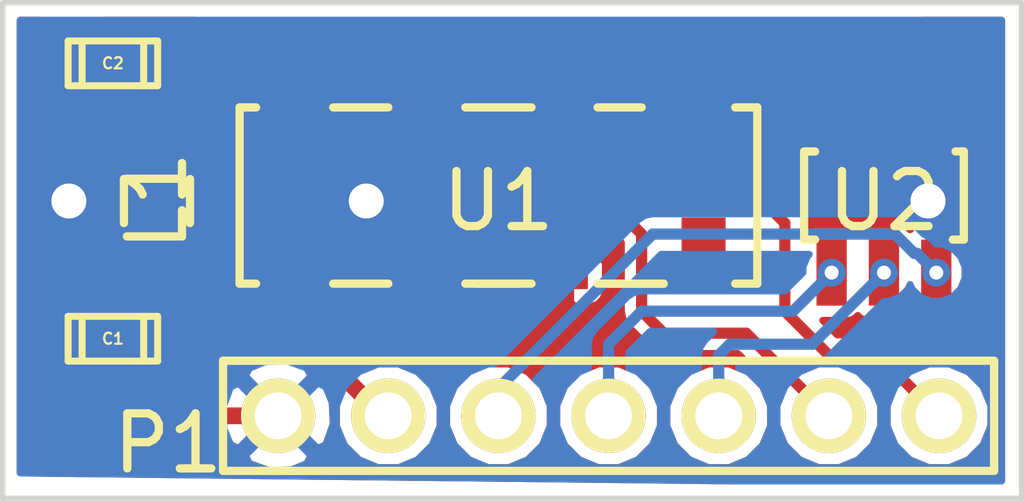
<source format=kicad_pcb>
(kicad_pcb (version 3) (host pcbnew "(2013-07-07 BZR 4022)-stable")

  (general
    (links 16)
    (no_connects 0)
    (area 16.949999 15.877356 36.611533 27.0782)
    (thickness 1.6)
    (drawings 4)
    (tracks 64)
    (zones 0)
    (modules 6)
    (nets 10)
  )

  (page A3)
  (title_block 
    (title "Micro Spectrometer PCB")
    (rev 1.0.0)
    (company smartDIYs)
  )

  (layers
    (15 F.Cu signal)
    (0 B.Cu signal)
    (16 B.Adhes user)
    (17 F.Adhes user)
    (18 B.Paste user)
    (19 F.Paste user)
    (20 B.SilkS user)
    (21 F.SilkS user)
    (22 B.Mask user)
    (23 F.Mask user)
    (24 Dwgs.User user)
    (25 Cmts.User user)
    (26 Eco1.User user)
    (27 Eco2.User user)
    (28 Edge.Cuts user)
  )

  (setup
    (last_trace_width 0.2032)
    (trace_clearance 0.2032)
    (zone_clearance 0.2032)
    (zone_45_only no)
    (trace_min 0.2032)
    (segment_width 0.2)
    (edge_width 0.1)
    (via_size 0.508)
    (via_drill 0.254)
    (via_min_size 0.508)
    (via_min_drill 0.254)
    (uvia_size 0.508)
    (uvia_drill 0.127)
    (uvias_allowed no)
    (uvia_min_size 0.508)
    (uvia_min_drill 0.127)
    (pcb_text_width 0.3)
    (pcb_text_size 1.5 1.5)
    (mod_edge_width 0.15)
    (mod_text_size 1 1)
    (mod_text_width 0.15)
    (pad_size 1.5 1.5)
    (pad_drill 0.6)
    (pad_to_mask_clearance 0)
    (aux_axis_origin 0 0)
    (visible_elements 7FFFFFFF)
    (pcbplotparams
      (layerselection 283148289)
      (usegerberextensions true)
      (excludeedgelayer true)
      (linewidth 0.150000)
      (plotframeref false)
      (viasonmask false)
      (mode 1)
      (useauxorigin false)
      (hpglpennumber 1)
      (hpglpenspeed 20)
      (hpglpendiameter 15)
      (hpglpenoverlay 2)
      (psnegative false)
      (psa4output false)
      (plotreference true)
      (plotvalue true)
      (plotothertext true)
      (plotinvisibletext false)
      (padsonsilk false)
      (subtractmaskfromsilk true)
      (outputformat 1)
      (mirror false)
      (drillshape 0)
      (scaleselection 1)
      (outputdirectory Gaber/))
  )

  (net 0 "")
  (net 1 DGND)
  (net 2 N-000001)
  (net 3 N-0000010)
  (net 4 N-000002)
  (net 5 N-000003)
  (net 6 N-000004)
  (net 7 N-000005)
  (net 8 N-000006)
  (net 9 VDD)

  (net_class Default "これは標準のネット クラスです。"
    (clearance 0.2032)
    (trace_width 0.2032)
    (via_dia 0.508)
    (via_drill 0.254)
    (uvia_dia 0.508)
    (uvia_drill 0.127)
    (add_net "")
    (add_net N-000001)
    (add_net N-000002)
    (add_net N-000003)
    (add_net N-000004)
    (add_net N-000005)
    (add_net N-000006)
  )

  (net_class Bold ""
    (clearance 0.2032)
    (trace_width 0.3048)
    (via_dia 0.889)
    (via_drill 0.635)
    (uvia_dia 0.508)
    (uvia_drill 0.127)
    (add_net DGND)
    (add_net N-0000010)
    (add_net VDD)
  )

  (module AD7940 (layer F.Cu) (tedit 54043824) (tstamp 54042EE3)
    (at 33 20.5 180)
    (path /5404192B)
    (fp_text reference U2 (at 0 -0.1 180) (layer F.SilkS)
      (effects (font (size 1 1) (thickness 0.15)))
    )
    (fp_text value AD7940 (at 0 -3 180) (layer F.SilkS) hide
      (effects (font (size 1 1) (thickness 0.15)))
    )
    (fp_line (start 1.25 -0.8) (end 1.45 -0.8) (layer F.SilkS) (width 0.15))
    (fp_line (start 1.45 -0.8) (end 1.45 0.8) (layer F.SilkS) (width 0.15))
    (fp_line (start 1.45 0.8) (end 1.25 0.8) (layer F.SilkS) (width 0.15))
    (fp_line (start -1.25 -0.8) (end -1.45 -0.8) (layer F.SilkS) (width 0.15))
    (fp_line (start -1.45 -0.8) (end -1.45 0.8) (layer F.SilkS) (width 0.15))
    (fp_line (start -1.45 0.8) (end -1.3 0.8) (layer F.SilkS) (width 0.15))
    (pad 1 smd rect (at -0.95 1.4 180) (size 0.55 1.2)
      (layers F.Cu F.Paste F.Mask)
      (net 3 N-0000010)
    )
    (pad 2 smd rect (at 0 1.4 180) (size 0.55 1.2)
      (layers F.Cu F.Paste F.Mask)
      (net 1 DGND)
    )
    (pad 3 smd rect (at 0.95 1.4 180) (size 0.55 1.2)
      (layers F.Cu F.Paste F.Mask)
      (net 2 N-000001)
    )
    (pad 4 smd rect (at 0.95 -1.4 180) (size 0.55 1.2)
      (layers F.Cu F.Paste F.Mask)
      (net 6 N-000004)
    )
    (pad 5 smd rect (at 0 -1.4 180) (size 0.55 1.2)
      (layers F.Cu F.Paste F.Mask)
      (net 8 N-000006)
    )
    (pad 6 smd rect (at -0.95 -1.4 180) (size 0.55 1.2)
      (layers F.Cu F.Paste F.Mask)
      (net 7 N-000005)
    )
  )

  (module TSL1401CL (layer F.Cu) (tedit 5404381D) (tstamp 54042EB3)
    (at 26 20.5 180)
    (path /5404191C)
    (fp_text reference U1 (at 0 -0.1 180) (layer F.SilkS)
      (effects (font (size 1 1) (thickness 0.15)))
    )
    (fp_text value TSL1401CL (at 0.2 -2.7 180) (layer F.SilkS) hide
      (effects (font (size 1 1) (thickness 0.15)))
    )
    (fp_line (start 4.7 0) (end 4.7 -1.6) (layer F.SilkS) (width 0.15))
    (fp_line (start 4.7 -1.6) (end 4.4 -1.6) (layer F.SilkS) (width 0.15))
    (fp_line (start 4.7 0) (end 4.7 1.6) (layer F.SilkS) (width 0.15))
    (fp_line (start 4.7 1.6) (end 4.4 1.6) (layer F.SilkS) (width 0.15))
    (fp_line (start -4.7 1.6) (end -4.7 -1.6) (layer F.SilkS) (width 0.15))
    (fp_line (start -4.7 -1.6) (end -4.3 -1.6) (layer F.SilkS) (width 0.15))
    (fp_line (start -4.7 1.6) (end -4.3 1.6) (layer F.SilkS) (width 0.15))
    (fp_line (start -2.6 1.6) (end -1.8 1.6) (layer F.SilkS) (width 0.15))
    (fp_line (start -3 -1.6) (end -1.8 -1.6) (layer F.SilkS) (width 0.15))
    (fp_line (start -0.6 -1.6) (end 0.6 -1.6) (layer F.SilkS) (width 0.15))
    (fp_line (start -0.6 1.6) (end 0.6 1.6) (layer F.SilkS) (width 0.15))
    (fp_line (start 2 1.6) (end 3 1.6) (layer F.SilkS) (width 0.15))
    (fp_line (start 2 -1.6) (end 3 -1.6) (layer F.SilkS) (width 0.15))
    (fp_line (start -0.4 -1.6) (end 0.4 -1.6) (layer F.SilkS) (width 0.15))
    (fp_line (start -3 -1.6) (end -2 -1.6) (layer F.SilkS) (width 0.15))
    (pad 1 smd rect (at -3.425 1.05 180) (size 1.4 1.3)
      (layers F.Cu F.Paste F.Mask)
      (net 5 N-000003)
    )
    (pad 2 smd rect (at -1.275 1.05 180) (size 0.8 1.3)
      (layers F.Cu F.Paste F.Mask)
      (net 4 N-000002)
    )
    (pad 3 smd rect (at 1.275 1.05 180) (size 0.8 1.3)
      (layers F.Cu F.Paste F.Mask)
      (net 2 N-000001)
    )
    (pad 4 smd rect (at 3.775 1.05 180) (size 0.8 1.3)
      (layers F.Cu F.Paste F.Mask)
      (net 3 N-0000010)
    )
    (pad 5 smd rect (at 3.775 -1.05 180) (size 0.8 1.3)
      (layers F.Cu F.Paste F.Mask)
    )
    (pad 6 smd rect (at 1.275 -1.05 180) (size 0.8 1.3)
      (layers F.Cu F.Paste F.Mask)
      (net 1 DGND)
    )
    (pad 7 smd rect (at -1.225 -1.05 180) (size 0.8 1.3)
      (layers F.Cu F.Paste F.Mask)
      (net 1 DGND)
    )
    (pad 8 smd rect (at -3.725 -1.05 180) (size 0.8 1.3)
      (layers F.Cu F.Paste F.Mask)
    )
  )

  (module MLF2012 (layer F.Cu) (tedit 54043812) (tstamp 54042EBB)
    (at 19.8 20.6 90)
    (path /54041420)
    (fp_text reference L1 (at 0 0 90) (layer F.SilkS)
      (effects (font (size 1 1) (thickness 0.15)))
    )
    (fp_text value INDUCTOR (at 0 -1.5 90) (layer F.SilkS) hide
      (effects (font (size 1 1) (thickness 0.15)))
    )
    (fp_line (start -0.4 0.6) (end 0.4 0.6) (layer F.SilkS) (width 0.15))
    (fp_line (start -0.4 -0.6) (end 0.4 -0.6) (layer F.SilkS) (width 0.15))
    (pad 1 smd rect (at -0.9 0 90) (size 0.8 1.2)
      (layers F.Cu F.Paste F.Mask)
      (net 9 VDD)
    )
    (pad 2 smd rect (at 0.9 0 90) (size 0.8 1.2)
      (layers F.Cu F.Paste F.Mask)
      (net 3 N-0000010)
    )
  )

  (module c_0603 (layer F.Cu) (tedit 540437FC) (tstamp 54042EC7)
    (at 19 23.1)
    (descr "SMT capacitor, 0603")
    (path /540413F3)
    (fp_text reference C1 (at 0 0) (layer F.SilkS)
      (effects (font (size 0.20066 0.20066) (thickness 0.04064)))
    )
    (fp_text value C (at 0 0.635) (layer F.SilkS) hide
      (effects (font (size 0.20066 0.20066) (thickness 0.04064)))
    )
    (fp_line (start 0.5588 0.4064) (end 0.5588 -0.4064) (layer F.SilkS) (width 0.127))
    (fp_line (start -0.5588 -0.381) (end -0.5588 0.4064) (layer F.SilkS) (width 0.127))
    (fp_line (start -0.8128 -0.4064) (end 0.8128 -0.4064) (layer F.SilkS) (width 0.127))
    (fp_line (start 0.8128 -0.4064) (end 0.8128 0.4064) (layer F.SilkS) (width 0.127))
    (fp_line (start 0.8128 0.4064) (end -0.8128 0.4064) (layer F.SilkS) (width 0.127))
    (fp_line (start -0.8128 0.4064) (end -0.8128 -0.4064) (layer F.SilkS) (width 0.127))
    (pad 1 smd rect (at 0.75184 0) (size 0.89916 1.00076)
      (layers F.Cu F.Paste F.Mask)
      (net 9 VDD)
    )
    (pad 2 smd rect (at -0.75184 0) (size 0.89916 1.00076)
      (layers F.Cu F.Paste F.Mask)
      (net 1 DGND)
    )
    (model smd/capacitors/c_0603.wrl
      (at (xyz 0 0 0))
      (scale (xyz 1 1 1))
      (rotate (xyz 0 0 0))
    )
  )

  (module c_0603 (layer F.Cu) (tedit 540437F7) (tstamp 54042ED3)
    (at 19 18.1)
    (descr "SMT capacitor, 0603")
    (path /54041402)
    (fp_text reference C2 (at 0 0) (layer F.SilkS)
      (effects (font (size 0.20066 0.20066) (thickness 0.04064)))
    )
    (fp_text value C (at 0 0.635) (layer F.SilkS) hide
      (effects (font (size 0.20066 0.20066) (thickness 0.04064)))
    )
    (fp_line (start 0.5588 0.4064) (end 0.5588 -0.4064) (layer F.SilkS) (width 0.127))
    (fp_line (start -0.5588 -0.381) (end -0.5588 0.4064) (layer F.SilkS) (width 0.127))
    (fp_line (start -0.8128 -0.4064) (end 0.8128 -0.4064) (layer F.SilkS) (width 0.127))
    (fp_line (start 0.8128 -0.4064) (end 0.8128 0.4064) (layer F.SilkS) (width 0.127))
    (fp_line (start 0.8128 0.4064) (end -0.8128 0.4064) (layer F.SilkS) (width 0.127))
    (fp_line (start -0.8128 0.4064) (end -0.8128 -0.4064) (layer F.SilkS) (width 0.127))
    (pad 1 smd rect (at 0.75184 0) (size 0.89916 1.00076)
      (layers F.Cu F.Paste F.Mask)
      (net 3 N-0000010)
    )
    (pad 2 smd rect (at -0.75184 0) (size 0.89916 1.00076)
      (layers F.Cu F.Paste F.Mask)
      (net 1 DGND)
    )
    (model smd/capacitors/c_0603.wrl
      (at (xyz 0 0 0))
      (scale (xyz 1 1 1))
      (rotate (xyz 0 0 0))
    )
  )

  (module 292132-7 (layer F.Cu) (tedit 5404382B) (tstamp 54042EF3)
    (at 28 24.5)
    (path /540411D3)
    (fp_text reference P1 (at -8 0.5) (layer F.SilkS)
      (effects (font (size 1 1) (thickness 0.15)))
    )
    (fp_text value CONN_7 (at 0 -1.6) (layer F.SilkS) hide
      (effects (font (size 1 1) (thickness 0.15)))
    )
    (fp_line (start -6.8 -1) (end 7 -1) (layer F.SilkS) (width 0.15))
    (fp_line (start 7 -1) (end 7 1) (layer F.SilkS) (width 0.15))
    (fp_line (start 7 1) (end -7 1) (layer F.SilkS) (width 0.15))
    (fp_line (start -7 1) (end -7 -1) (layer F.SilkS) (width 0.15))
    (fp_line (start -7 -1) (end -6.8 -1) (layer F.SilkS) (width 0.15))
    (pad 1 thru_hole circle (at -6 0) (size 1.35 1.35) (drill 0.85)
      (layers *.Cu *.Mask F.SilkS)
      (net 1 DGND)
    )
    (pad 2 thru_hole circle (at -4 0) (size 1.35 1.35) (drill 0.85)
      (layers *.Cu *.Mask F.SilkS)
      (net 9 VDD)
    )
    (pad 3 thru_hole circle (at -2 0) (size 1.35 1.35) (drill 0.85)
      (layers *.Cu *.Mask F.SilkS)
      (net 7 N-000005)
    )
    (pad 4 thru_hole circle (at 0 0) (size 1.35 1.35) (drill 0.85)
      (layers *.Cu *.Mask F.SilkS)
      (net 6 N-000004)
    )
    (pad 5 thru_hole circle (at 2 0) (size 1.35 1.35) (drill 0.85)
      (layers *.Cu *.Mask F.SilkS)
      (net 8 N-000006)
    )
    (pad 6 thru_hole circle (at 4 0) (size 1.35 1.35) (drill 0.85)
      (layers *.Cu *.Mask F.SilkS)
      (net 4 N-000002)
    )
    (pad 7 thru_hole circle (at 6 0) (size 1.35 1.35) (drill 0.85)
      (layers *.Cu *.Mask F.SilkS)
      (net 5 N-000003)
    )
  )

  (gr_line (start 17 26) (end 17 17) (angle 90) (layer Edge.Cuts) (width 0.1))
  (gr_line (start 35.5 26) (end 17 26) (angle 90) (layer Edge.Cuts) (width 0.1))
  (gr_line (start 35.5 17) (end 35.5 26) (angle 90) (layer Edge.Cuts) (width 0.1))
  (gr_line (start 17 17) (end 35.5 17) (angle 90) (layer Edge.Cuts) (width 0.1))

  (segment (start 23.6 20.6) (end 33.8 20.6) (width 0.3048) (layer B.Cu) (net 1))
  (segment (start 33 19.8) (end 33 19.1) (width 0.3048) (layer F.Cu) (net 1) (tstamp 54043630))
  (segment (start 33.8 20.6) (end 33 19.8) (width 0.3048) (layer F.Cu) (net 1) (tstamp 5404362F))
  (via (at 33.8 20.6) (size 0.889) (layers F.Cu B.Cu) (net 1))
  (segment (start 24.725 21.55) (end 24.55 21.55) (width 0.3048) (layer F.Cu) (net 1))
  (segment (start 18.2 20.6) (end 18.24816 20.6) (width 0.3048) (layer F.Cu) (net 1) (tstamp 54043453))
  (via (at 18.2 20.6) (size 0.889) (layers F.Cu B.Cu) (net 1))
  (segment (start 23.6 20.6) (end 18.2 20.6) (width 0.3048) (layer B.Cu) (net 1) (tstamp 54043450))
  (via (at 23.6 20.6) (size 0.889) (layers F.Cu B.Cu) (net 1))
  (segment (start 24.55 21.55) (end 23.6 20.6) (width 0.3048) (layer F.Cu) (net 1) (tstamp 5404344A))
  (segment (start 24.725 21.55) (end 27.225 21.55) (width 0.3048) (layer F.Cu) (net 1))
  (segment (start 22 24.5) (end 18.9 24.5) (width 0.3048) (layer F.Cu) (net 1))
  (segment (start 18.24816 23.84816) (end 18.24816 23.1) (width 0.3048) (layer F.Cu) (net 1) (tstamp 5404324A))
  (segment (start 18.9 24.5) (end 18.24816 23.84816) (width 0.3048) (layer F.Cu) (net 1) (tstamp 54043249))
  (segment (start 18.24816 23.1) (end 18.24816 20.6) (width 0.3048) (layer F.Cu) (net 1) (tstamp 5404324B))
  (segment (start 18.24816 20.6) (end 18.24816 18.1) (width 0.3048) (layer F.Cu) (net 1) (tstamp 54043456))
  (segment (start 24.725 19.45) (end 24.725 19.075) (width 0.2032) (layer F.Cu) (net 2))
  (segment (start 31.15 18.2) (end 32.05 19.1) (width 0.2032) (layer F.Cu) (net 2) (tstamp 5404342B))
  (segment (start 25.6 18.2) (end 31.15 18.2) (width 0.2032) (layer F.Cu) (net 2) (tstamp 54043425))
  (segment (start 24.725 19.075) (end 25.6 18.2) (width 0.2032) (layer F.Cu) (net 2) (tstamp 54043422))
  (segment (start 22.2 17.6) (end 22.2 19.425) (width 0.3048) (layer F.Cu) (net 3))
  (segment (start 22.2 19.425) (end 22.225 19.45) (width 0.3048) (layer F.Cu) (net 3) (tstamp 5404339C))
  (segment (start 19.75184 18.1) (end 20.3 18.1) (width 0.3048) (layer F.Cu) (net 3))
  (segment (start 33.95 18.15) (end 33.95 19.1) (width 0.3048) (layer F.Cu) (net 3) (tstamp 54043394))
  (segment (start 33.4 17.6) (end 33.95 18.15) (width 0.3048) (layer F.Cu) (net 3) (tstamp 5404338F))
  (segment (start 20.8 17.6) (end 22.2 17.6) (width 0.3048) (layer F.Cu) (net 3) (tstamp 54043388))
  (segment (start 22.2 17.6) (end 33.4 17.6) (width 0.3048) (layer F.Cu) (net 3) (tstamp 5404339A))
  (segment (start 20.3 18.1) (end 20.8 17.6) (width 0.3048) (layer F.Cu) (net 3) (tstamp 54043385))
  (segment (start 19.8 19.7) (end 19.8 18.14816) (width 0.3048) (layer F.Cu) (net 3))
  (segment (start 19.8 18.14816) (end 19.75184 18.1) (width 0.3048) (layer F.Cu) (net 3) (tstamp 5404325C))
  (segment (start 27.275 19.45) (end 27.275 19.875) (width 0.2032) (layer F.Cu) (net 4))
  (segment (start 30.5 23) (end 32 24.5) (width 0.2032) (layer F.Cu) (net 4) (tstamp 54043564))
  (segment (start 29 23) (end 30.5 23) (width 0.2032) (layer F.Cu) (net 4) (tstamp 5404355E))
  (segment (start 28.6 22.6) (end 29 23) (width 0.2032) (layer F.Cu) (net 4) (tstamp 5404355D))
  (segment (start 28.6 21.2) (end 28.6 22.6) (width 0.2032) (layer F.Cu) (net 4) (tstamp 54043559))
  (segment (start 27.275 19.875) (end 28.6 21.2) (width 0.2032) (layer F.Cu) (net 4) (tstamp 54043557))
  (segment (start 29.425 19.45) (end 29.65 19.45) (width 0.2032) (layer F.Cu) (net 5))
  (segment (start 32.9 23.4) (end 34 24.5) (width 0.2032) (layer F.Cu) (net 5) (tstamp 54043576))
  (segment (start 32 23.4) (end 32.9 23.4) (width 0.2032) (layer F.Cu) (net 5) (tstamp 54043574))
  (segment (start 31.2 22.6) (end 32 23.4) (width 0.2032) (layer F.Cu) (net 5) (tstamp 54043573))
  (segment (start 31.2 21) (end 31.2 22.6) (width 0.2032) (layer F.Cu) (net 5) (tstamp 5404356D))
  (segment (start 29.65 19.45) (end 31.2 21) (width 0.2032) (layer F.Cu) (net 5) (tstamp 54043568))
  (via (at 32.05 21.9) (size 0.508) (layers F.Cu B.Cu) (net 6))
  (segment (start 28 24.5) (end 28 23.2) (width 0.2032) (layer B.Cu) (net 6) (tstamp 54043540))
  (segment (start 28.6 22.6) (end 28 23.2) (width 0.2032) (layer B.Cu) (net 6) (tstamp 5404353D))
  (segment (start 31.35 22.6) (end 28.6 22.6) (width 0.2032) (layer B.Cu) (net 6) (tstamp 54043539))
  (segment (start 31.35 22.6) (end 32.05 21.9) (width 0.2032) (layer B.Cu) (net 6) (tstamp 54043538))
  (via (at 33.95 21.9) (size 0.508) (layers F.Cu B.Cu) (net 7))
  (segment (start 26 24.5) (end 26 24) (width 0.2032) (layer B.Cu) (net 7) (tstamp 540435BB))
  (segment (start 28.8 21.2) (end 26 24) (width 0.2032) (layer B.Cu) (net 7) (tstamp 540435B5))
  (segment (start 33.2 21.2) (end 28.8 21.2) (width 0.2032) (layer B.Cu) (net 7) (tstamp 540435B1))
  (segment (start 33.55 21.55) (end 33.2 21.2) (width 0.2032) (layer B.Cu) (net 7) (tstamp 540435AF))
  (segment (start 33.6 21.55) (end 33.55 21.55) (width 0.2032) (layer B.Cu) (net 7) (tstamp 540435AD))
  (segment (start 33.6 21.55) (end 33.95 21.9) (width 0.2032) (layer B.Cu) (net 7) (tstamp 540435AC))
  (via (at 33 21.9) (size 0.508) (layers F.Cu B.Cu) (net 8))
  (segment (start 30 24.5) (end 30 23.4) (width 0.2032) (layer B.Cu) (net 8) (tstamp 5404354A))
  (segment (start 30.2 23.2) (end 30 23.4) (width 0.2032) (layer B.Cu) (net 8) (tstamp 54043548))
  (segment (start 31.7 23.2) (end 30.2 23.2) (width 0.2032) (layer B.Cu) (net 8) (tstamp 54043546))
  (segment (start 31.7 23.2) (end 33 21.9) (width 0.2032) (layer B.Cu) (net 8) (tstamp 54043545))
  (segment (start 19.75184 23.1) (end 19.75184 21.54816) (width 0.3048) (layer F.Cu) (net 9))
  (segment (start 19.75184 21.54816) (end 19.8 21.5) (width 0.3048) (layer F.Cu) (net 9) (tstamp 54043259))
  (segment (start 24 24.5) (end 23.9 24.5) (width 0.3048) (layer F.Cu) (net 9))
  (segment (start 22.5 23.1) (end 19.75184 23.1) (width 0.3048) (layer F.Cu) (net 9) (tstamp 54043252))
  (segment (start 23.9 24.5) (end 22.5 23.1) (width 0.3048) (layer F.Cu) (net 9) (tstamp 5404324F))

  (zone (net 1) (net_name DGND) (layer F.Cu) (tstamp 540436D6) (hatch edge 0.508)
    (connect_pads (clearance 0.2032))
    (min_thickness 0.127)
    (fill (arc_segments 16) (thermal_gap 0.254) (thermal_bridge_width 0.29972))
    (polygon
      (pts
        (xy 35.2 25.8) (xy 17.2 25.6) (xy 17.2 17.2) (xy 35.2 17.2)
      )
    )
    (filled_polygon
      (pts
        (xy 35.1365 25.6833) (xy 30.941862 25.6833) (xy 30.941862 24.313506) (xy 30.798799 23.967267) (xy 30.534126 23.702132)
        (xy 30.188137 23.558465) (xy 29.813506 23.558138) (xy 29.467267 23.701201) (xy 29.202132 23.965874) (xy 29.058465 24.311863)
        (xy 29.058138 24.686494) (xy 29.201201 25.032733) (xy 29.465874 25.297868) (xy 29.811863 25.441535) (xy 30.186494 25.441862)
        (xy 30.532733 25.298799) (xy 30.797868 25.034126) (xy 30.941535 24.688137) (xy 30.941862 24.313506) (xy 30.941862 25.6833)
        (xy 30.412312 25.6833) (xy 28.941862 25.666961) (xy 28.941862 24.313506) (xy 28.798799 23.967267) (xy 28.534126 23.702132)
        (xy 28.188137 23.558465) (xy 27.942555 23.55825) (xy 27.942555 22.137122) (xy 27.9425 21.715735) (xy 27.863125 21.63636)
        (xy 27.31136 21.63636) (xy 27.31136 22.438125) (xy 27.390735 22.5175) (xy 27.687878 22.517555) (xy 27.804615 22.46932)
        (xy 27.894007 22.380084) (xy 27.942445 22.263431) (xy 27.942555 22.137122) (xy 27.942555 23.55825) (xy 27.813506 23.558138)
        (xy 27.467267 23.701201) (xy 27.202132 23.965874) (xy 27.13864 24.118779) (xy 27.13864 22.438125) (xy 27.13864 21.63636)
        (xy 27.13864 21.46364) (xy 27.13864 20.661875) (xy 27.059265 20.5825) (xy 26.762122 20.582445) (xy 26.645385 20.63068)
        (xy 26.555993 20.719916) (xy 26.507555 20.836569) (xy 26.507445 20.962878) (xy 26.5075 21.384265) (xy 26.586875 21.46364)
        (xy 27.13864 21.46364) (xy 27.13864 21.63636) (xy 26.586875 21.63636) (xy 26.5075 21.715735) (xy 26.507445 22.137122)
        (xy 26.507555 22.263431) (xy 26.555993 22.380084) (xy 26.645385 22.46932) (xy 26.762122 22.517555) (xy 27.059265 22.5175)
        (xy 27.13864 22.438125) (xy 27.13864 24.118779) (xy 27.058465 24.311863) (xy 27.058138 24.686494) (xy 27.201201 25.032733)
        (xy 27.465874 25.297868) (xy 27.811863 25.441535) (xy 28.186494 25.441862) (xy 28.532733 25.298799) (xy 28.797868 25.034126)
        (xy 28.941535 24.688137) (xy 28.941862 24.313506) (xy 28.941862 25.666961) (xy 26.941862 25.644739) (xy 26.941862 24.313506)
        (xy 26.798799 23.967267) (xy 26.534126 23.702132) (xy 26.188137 23.558465) (xy 25.813506 23.558138) (xy 25.467267 23.701201)
        (xy 25.442555 23.725869) (xy 25.442555 22.137122) (xy 25.442555 20.962878) (xy 25.442445 20.836569) (xy 25.394007 20.719916)
        (xy 25.304615 20.63068) (xy 25.187878 20.582445) (xy 24.890735 20.5825) (xy 24.81136 20.661875) (xy 24.81136 21.46364)
        (xy 25.363125 21.46364) (xy 25.4425 21.384265) (xy 25.442555 20.962878) (xy 25.442555 22.137122) (xy 25.4425 21.715735)
        (xy 25.363125 21.63636) (xy 24.81136 21.63636) (xy 24.81136 22.438125) (xy 24.890735 22.5175) (xy 25.187878 22.517555)
        (xy 25.304615 22.46932) (xy 25.394007 22.380084) (xy 25.442445 22.263431) (xy 25.442555 22.137122) (xy 25.442555 23.725869)
        (xy 25.202132 23.965874) (xy 25.058465 24.311863) (xy 25.058138 24.686494) (xy 25.201201 25.032733) (xy 25.465874 25.297868)
        (xy 25.811863 25.441535) (xy 26.186494 25.441862) (xy 26.532733 25.298799) (xy 26.797868 25.034126) (xy 26.941535 24.688137)
        (xy 26.941862 24.313506) (xy 26.941862 25.644739) (xy 24.941862 25.622517) (xy 24.941862 24.313506) (xy 24.798799 23.967267)
        (xy 24.63864 23.806828) (xy 24.63864 22.438125) (xy 24.63864 21.63636) (xy 24.63864 21.46364) (xy 24.63864 20.661875)
        (xy 24.559265 20.5825) (xy 24.262122 20.582445) (xy 24.145385 20.63068) (xy 24.055993 20.719916) (xy 24.007555 20.836569)
        (xy 24.007445 20.962878) (xy 24.0075 21.384265) (xy 24.086875 21.46364) (xy 24.63864 21.46364) (xy 24.63864 21.63636)
        (xy 24.086875 21.63636) (xy 24.0075 21.715735) (xy 24.007445 22.137122) (xy 24.007555 22.263431) (xy 24.055993 22.380084)
        (xy 24.145385 22.46932) (xy 24.262122 22.517555) (xy 24.559265 22.5175) (xy 24.63864 22.438125) (xy 24.63864 23.806828)
        (xy 24.534126 23.702132) (xy 24.188137 23.558465) (xy 23.813506 23.558138) (xy 23.627634 23.634938) (xy 22.891745 22.899049)
        (xy 22.891745 22.147183) (xy 22.891745 20.847183) (xy 22.851228 20.749125) (xy 22.77627 20.674036) (xy 22.678282 20.633348)
        (xy 22.572183 20.633255) (xy 21.772183 20.633255) (xy 21.674125 20.673772) (xy 21.599036 20.74873) (xy 21.558348 20.846718)
        (xy 21.558255 20.952817) (xy 21.558255 22.252817) (xy 21.598772 22.350875) (xy 21.67373 22.425964) (xy 21.771718 22.466652)
        (xy 21.877817 22.466745) (xy 22.677817 22.466745) (xy 22.775875 22.426228) (xy 22.850964 22.35127) (xy 22.891652 22.253282)
        (xy 22.891745 22.147183) (xy 22.891745 22.899049) (xy 22.796348 22.803652) (xy 22.660383 22.712802) (xy 22.5 22.6809)
        (xy 20.468165 22.6809) (xy 20.468165 22.546803) (xy 20.427648 22.448745) (xy 20.35269 22.373656) (xy 20.254702 22.332968)
        (xy 20.17094 22.332894) (xy 20.17094 22.166745) (xy 20.452817 22.166745) (xy 20.550875 22.126228) (xy 20.625964 22.05127)
        (xy 20.666652 21.953282) (xy 20.666745 21.847183) (xy 20.666745 21.047183) (xy 20.626228 20.949125) (xy 20.55127 20.874036)
        (xy 20.453282 20.833348) (xy 20.347183 20.833255) (xy 19.147183 20.833255) (xy 19.049125 20.873772) (xy 18.974036 20.94873)
        (xy 18.933348 21.046718) (xy 18.933255 21.152817) (xy 18.933255 21.952817) (xy 18.973772 22.050875) (xy 19.04873 22.125964)
        (xy 19.146718 22.166652) (xy 19.252817 22.166745) (xy 19.33274 22.166745) (xy 19.33274 22.332875) (xy 19.249443 22.332875)
        (xy 19.151385 22.373392) (xy 19.076296 22.44835) (xy 19.035608 22.546338) (xy 19.035515 22.652437) (xy 19.035515 23.653197)
        (xy 19.076032 23.751255) (xy 19.15099 23.826344) (xy 19.248978 23.867032) (xy 19.355077 23.867125) (xy 20.254237 23.867125)
        (xy 20.352295 23.826608) (xy 20.427384 23.75165) (xy 20.468072 23.653662) (xy 20.468165 23.547563) (xy 20.468165 23.5191)
        (xy 21.753528 23.5191) (xy 21.477231 23.633546) (xy 21.404474 23.782342) (xy 22 24.377869) (xy 22.014142 24.363726)
        (xy 22.136273 24.485857) (xy 22.122131 24.5) (xy 22.717658 25.095526) (xy 22.866454 25.022769) (xy 23.000554 24.651398)
        (xy 22.982329 24.256978) (xy 22.924379 24.117076) (xy 23.076275 24.268971) (xy 23.058465 24.311863) (xy 23.058138 24.686494)
        (xy 23.201201 25.032733) (xy 23.465874 25.297868) (xy 23.811863 25.441535) (xy 24.186494 25.441862) (xy 24.532733 25.298799)
        (xy 24.797868 25.034126) (xy 24.941535 24.688137) (xy 24.941862 24.313506) (xy 24.941862 25.622517) (xy 22.595526 25.596446)
        (xy 22.595526 25.217658) (xy 22 24.622131) (xy 21.877869 24.744262) (xy 21.877869 24.5) (xy 21.282342 23.904474)
        (xy 21.133546 23.977231) (xy 20.999446 24.348602) (xy 21.017671 24.743022) (xy 21.133546 25.022769) (xy 21.282342 25.095526)
        (xy 21.877869 24.5) (xy 21.877869 24.744262) (xy 21.404474 25.217658) (xy 21.477231 25.366454) (xy 21.848602 25.500554)
        (xy 22.243022 25.482329) (xy 22.522769 25.366454) (xy 22.595526 25.217658) (xy 22.595526 25.596446) (xy 19.015295 25.556666)
        (xy 19.015295 23.537502) (xy 19.015295 22.662498) (xy 19.015185 22.536189) (xy 18.966747 22.419536) (xy 18.877355 22.3303)
        (xy 18.760618 22.282065) (xy 18.413895 22.28212) (xy 18.33452 22.361495) (xy 18.33452 23.01364) (xy 18.935865 23.01364)
        (xy 19.01524 22.934265) (xy 19.015295 22.662498) (xy 19.015295 23.537502) (xy 19.01524 23.265735) (xy 18.935865 23.18636)
        (xy 18.33452 23.18636) (xy 18.33452 23.838505) (xy 18.413895 23.91788) (xy 18.760618 23.917935) (xy 18.877355 23.8697)
        (xy 18.966747 23.780464) (xy 19.015185 23.663811) (xy 19.015295 23.537502) (xy 19.015295 25.556666) (xy 18.1618 25.547183)
        (xy 18.1618 23.838505) (xy 18.1618 23.18636) (xy 18.1618 23.01364) (xy 18.1618 22.361495) (xy 18.1618 18.838505)
        (xy 18.1618 18.18636) (xy 17.560455 18.18636) (xy 17.48108 18.265735) (xy 17.481025 18.537502) (xy 17.481135 18.663811)
        (xy 17.529573 18.780464) (xy 17.618965 18.8697) (xy 17.735702 18.917935) (xy 18.082425 18.91788) (xy 18.1618 18.838505)
        (xy 18.1618 22.361495) (xy 18.082425 22.28212) (xy 17.735702 22.282065) (xy 17.618965 22.3303) (xy 17.529573 22.419536)
        (xy 17.481135 22.536189) (xy 17.481025 22.662498) (xy 17.48108 22.934265) (xy 17.560455 23.01364) (xy 18.1618 23.01364)
        (xy 18.1618 23.18636) (xy 17.560455 23.18636) (xy 17.48108 23.265735) (xy 17.481025 23.537502) (xy 17.481135 23.663811)
        (xy 17.529573 23.780464) (xy 17.618965 23.8697) (xy 17.735702 23.917935) (xy 18.082425 23.91788) (xy 18.1618 23.838505)
        (xy 18.1618 25.547183) (xy 17.3167 25.537793) (xy 17.3167 17.3167) (xy 17.651879 17.3167) (xy 17.618965 17.3303)
        (xy 17.529573 17.419536) (xy 17.481135 17.536189) (xy 17.481025 17.662498) (xy 17.48108 17.934265) (xy 17.560455 18.01364)
        (xy 18.1618 18.01364) (xy 18.1618 17.99364) (xy 18.33452 17.99364) (xy 18.33452 18.01364) (xy 18.935865 18.01364)
        (xy 19.01524 17.934265) (xy 19.015295 17.662498) (xy 19.015185 17.536189) (xy 18.966747 17.419536) (xy 18.877355 17.3303)
        (xy 18.84444 17.3167) (xy 20.490603 17.3167) (xy 20.393133 17.414169) (xy 20.35269 17.373656) (xy 20.254702 17.332968)
        (xy 20.148603 17.332875) (xy 19.249443 17.332875) (xy 19.151385 17.373392) (xy 19.076296 17.44835) (xy 19.035608 17.546338)
        (xy 19.035515 17.652437) (xy 19.035515 18.653197) (xy 19.076032 18.751255) (xy 19.15099 18.826344) (xy 19.248978 18.867032)
        (xy 19.355077 18.867125) (xy 19.3809 18.867125) (xy 19.3809 19.033255) (xy 19.147183 19.033255) (xy 19.049125 19.073772)
        (xy 19.015295 19.107542) (xy 19.015295 18.537502) (xy 19.01524 18.265735) (xy 18.935865 18.18636) (xy 18.33452 18.18636)
        (xy 18.33452 18.838505) (xy 18.413895 18.91788) (xy 18.760618 18.917935) (xy 18.877355 18.8697) (xy 18.966747 18.780464)
        (xy 19.015185 18.663811) (xy 19.015295 18.537502) (xy 19.015295 19.107542) (xy 18.974036 19.14873) (xy 18.933348 19.246718)
        (xy 18.933255 19.352817) (xy 18.933255 20.152817) (xy 18.973772 20.250875) (xy 19.04873 20.325964) (xy 19.146718 20.366652)
        (xy 19.252817 20.366745) (xy 20.452817 20.366745) (xy 20.550875 20.326228) (xy 20.625964 20.25127) (xy 20.666652 20.153282)
        (xy 20.666745 20.047183) (xy 20.666745 19.247183) (xy 20.626228 19.149125) (xy 20.55127 19.074036) (xy 20.453282 19.033348)
        (xy 20.347183 19.033255) (xy 20.2191 19.033255) (xy 20.2191 18.867125) (xy 20.254237 18.867125) (xy 20.352295 18.826608)
        (xy 20.427384 18.75165) (xy 20.468072 18.653662) (xy 20.468165 18.547563) (xy 20.468165 18.481998) (xy 20.468165 18.481997)
        (xy 20.596348 18.396348) (xy 20.973596 18.0191) (xy 21.7809 18.0191) (xy 21.7809 18.533255) (xy 21.772183 18.533255)
        (xy 21.674125 18.573772) (xy 21.599036 18.64873) (xy 21.558348 18.746718) (xy 21.558255 18.852817) (xy 21.558255 20.152817)
        (xy 21.598772 20.250875) (xy 21.67373 20.325964) (xy 21.771718 20.366652) (xy 21.877817 20.366745) (xy 22.677817 20.366745)
        (xy 22.775875 20.326228) (xy 22.850964 20.25127) (xy 22.891652 20.153282) (xy 22.891745 20.047183) (xy 22.891745 18.747183)
        (xy 22.851228 18.649125) (xy 22.77627 18.574036) (xy 22.678282 18.533348) (xy 22.6191 18.533296) (xy 22.6191 18.0191)
        (xy 25.260045 18.0191) (xy 24.74589 18.533255) (xy 24.272183 18.533255) (xy 24.174125 18.573772) (xy 24.099036 18.64873)
        (xy 24.058348 18.746718) (xy 24.058255 18.852817) (xy 24.058255 20.152817) (xy 24.098772 20.250875) (xy 24.17373 20.325964)
        (xy 24.271718 20.366652) (xy 24.377817 20.366745) (xy 25.177817 20.366745) (xy 25.275875 20.326228) (xy 25.350964 20.25127)
        (xy 25.391652 20.153282) (xy 25.391745 20.047183) (xy 25.391745 18.929109) (xy 25.752554 18.5683) (xy 26.737368 18.5683)
        (xy 26.724125 18.573772) (xy 26.649036 18.64873) (xy 26.608348 18.746718) (xy 26.608255 18.852817) (xy 26.608255 20.152817)
        (xy 26.648772 20.250875) (xy 26.72373 20.325964) (xy 26.821718 20.366652) (xy 26.927817 20.366745) (xy 27.24589 20.366745)
        (xy 27.461632 20.582486) (xy 27.390735 20.5825) (xy 27.31136 20.661875) (xy 27.31136 21.46364) (xy 27.863125 21.46364)
        (xy 27.9425 21.384265) (xy 27.942541 21.063396) (xy 28.2317 21.352554) (xy 28.2317 22.6) (xy 28.255083 22.717559)
        (xy 28.259735 22.740943) (xy 28.339573 22.860427) (xy 28.739572 23.260427) (xy 28.739573 23.260427) (xy 28.81941 23.313772)
        (xy 28.859057 23.340264) (xy 28.859058 23.340265) (xy 29 23.3683) (xy 30.347445 23.3683) (xy 31.126694 24.147548)
        (xy 31.058465 24.311863) (xy 31.058138 24.686494) (xy 31.201201 25.032733) (xy 31.465874 25.297868) (xy 31.811863 25.441535)
        (xy 32.186494 25.441862) (xy 32.532733 25.298799) (xy 32.797868 25.034126) (xy 32.941535 24.688137) (xy 32.941862 24.313506)
        (xy 32.798799 23.967267) (xy 32.600178 23.7683) (xy 32.747445 23.7683) (xy 33.126694 24.147548) (xy 33.058465 24.311863)
        (xy 33.058138 24.686494) (xy 33.201201 25.032733) (xy 33.465874 25.297868) (xy 33.811863 25.441535) (xy 34.186494 25.441862)
        (xy 34.532733 25.298799) (xy 34.797868 25.034126) (xy 34.941535 24.688137) (xy 34.941862 24.313506) (xy 34.798799 23.967267)
        (xy 34.534126 23.702132) (xy 34.188137 23.558465) (xy 33.813506 23.558138) (xy 33.647559 23.626705) (xy 33.160427 23.139573)
        (xy 33.040943 23.059735) (xy 33.017559 23.055083) (xy 32.9 23.0317) (xy 32.152554 23.0317) (xy 31.887599 22.766745)
        (xy 32.377817 22.766745) (xy 32.475875 22.726228) (xy 32.525019 22.677168) (xy 32.57373 22.725964) (xy 32.671718 22.766652)
        (xy 32.777817 22.766745) (xy 33.327817 22.766745) (xy 33.425875 22.726228) (xy 33.475019 22.677168) (xy 33.52373 22.725964)
        (xy 33.621718 22.766652) (xy 33.727817 22.766745) (xy 34.277817 22.766745) (xy 34.375875 22.726228) (xy 34.450964 22.65127)
        (xy 34.491652 22.553282) (xy 34.491745 22.447183) (xy 34.491745 21.247183) (xy 34.451228 21.149125) (xy 34.37627 21.074036)
        (xy 34.278282 21.033348) (xy 34.172183 21.033255) (xy 33.622183 21.033255) (xy 33.524125 21.073772) (xy 33.47498 21.122831)
        (xy 33.42627 21.074036) (xy 33.328282 21.033348) (xy 33.222183 21.033255) (xy 32.672183 21.033255) (xy 32.574125 21.073772)
        (xy 32.52498 21.122831) (xy 32.47627 21.074036) (xy 32.378282 21.033348) (xy 32.272183 21.033255) (xy 31.722183 21.033255)
        (xy 31.624125 21.073772) (xy 31.5683 21.129499) (xy 31.5683 21) (xy 31.544916 20.88244) (xy 31.540265 20.859058)
        (xy 31.540265 20.859057) (xy 31.460427 20.739573) (xy 30.391745 19.670891) (xy 30.391745 18.747183) (xy 30.351228 18.649125)
        (xy 30.27627 18.574036) (xy 30.262456 18.5683) (xy 30.997445 18.5683) (xy 31.508255 19.079109) (xy 31.508255 19.752817)
        (xy 31.548772 19.850875) (xy 31.62373 19.925964) (xy 31.721718 19.966652) (xy 31.827817 19.966745) (xy 32.377817 19.966745)
        (xy 32.475875 19.926228) (xy 32.489046 19.913079) (xy 32.545385 19.96932) (xy 32.662122 20.017555) (xy 32.834265 20.0175)
        (xy 32.91364 19.938125) (xy 32.91364 19.18636) (xy 32.89364 19.18636) (xy 32.89364 19.01364) (xy 32.91364 19.01364)
        (xy 32.91364 18.261875) (xy 32.834265 18.1825) (xy 32.662122 18.182445) (xy 32.545385 18.23068) (xy 32.489089 18.286877)
        (xy 32.47627 18.274036) (xy 32.378282 18.233348) (xy 32.272183 18.233255) (xy 31.722183 18.233255) (xy 31.709393 18.238539)
        (xy 31.489954 18.0191) (xy 33.226403 18.0191) (xy 33.426272 18.218969) (xy 33.337878 18.182445) (xy 33.165735 18.1825)
        (xy 33.08636 18.261875) (xy 33.08636 19.01364) (xy 33.10636 19.01364) (xy 33.10636 19.18636) (xy 33.08636 19.18636)
        (xy 33.08636 19.938125) (xy 33.165735 20.0175) (xy 33.337878 20.017555) (xy 33.454615 19.96932) (xy 33.51091 19.913122)
        (xy 33.52373 19.925964) (xy 33.621718 19.966652) (xy 33.727817 19.966745) (xy 34.277817 19.966745) (xy 34.375875 19.926228)
        (xy 34.450964 19.85127) (xy 34.491652 19.753282) (xy 34.491745 19.647183) (xy 34.491745 18.447183) (xy 34.451228 18.349125)
        (xy 34.37627 18.274036) (xy 34.3691 18.271058) (xy 34.3691 18.15) (xy 34.337198 17.989617) (xy 34.246348 17.853652)
        (xy 34.246348 17.853651) (xy 33.709396 17.3167) (xy 35.1365 17.3167) (xy 35.1365 25.6833)
      )
    )
  )
  (zone (net 1) (net_name DGND) (layer B.Cu) (tstamp 540436F4) (hatch edge 0.508)
    (connect_pads (clearance 0.2032))
    (min_thickness 0.127)
    (fill (arc_segments 16) (thermal_gap 0.254) (thermal_bridge_width 0.29972))
    (polygon
      (pts
        (xy 35.2 25.8) (xy 17.2 25.6) (xy 17.2 17.2) (xy 35.2 17.2)
      )
    )
    (filled_polygon
      (pts
        (xy 35.1365 25.6833) (xy 34.941862 25.6833) (xy 34.941862 24.313506) (xy 34.798799 23.967267) (xy 34.534126 23.702132)
        (xy 34.47079 23.675832) (xy 34.47079 21.796881) (xy 34.391685 21.605433) (xy 34.245338 21.45883) (xy 34.054028 21.379391)
        (xy 33.950154 21.3793) (xy 33.860427 21.289573) (xy 33.740943 21.209735) (xy 33.728019 21.207164) (xy 33.460427 20.939573)
        (xy 33.340943 20.859735) (xy 33.317559 20.855083) (xy 33.2 20.8317) (xy 28.8 20.8317) (xy 28.659058 20.859735)
        (xy 28.61941 20.886227) (xy 28.539572 20.939573) (xy 25.920914 23.558231) (xy 25.813506 23.558138) (xy 25.467267 23.701201)
        (xy 25.202132 23.965874) (xy 25.058465 24.311863) (xy 25.058138 24.686494) (xy 25.201201 25.032733) (xy 25.465874 25.297868)
        (xy 25.811863 25.441535) (xy 26.186494 25.441862) (xy 26.532733 25.298799) (xy 26.797868 25.034126) (xy 26.941535 24.688137)
        (xy 26.941862 24.313506) (xy 26.798799 23.967267) (xy 26.676299 23.844554) (xy 28.952554 21.5683) (xy 31.645255 21.5683)
        (xy 31.60883 21.604662) (xy 31.529391 21.795972) (xy 31.5293 21.899845) (xy 31.197445 22.2317) (xy 28.6 22.2317)
        (xy 28.48244 22.255083) (xy 28.459057 22.259735) (xy 28.339572 22.339573) (xy 27.739573 22.939573) (xy 27.659735 23.059057)
        (xy 27.655083 23.08244) (xy 27.6317 23.2) (xy 27.6317 23.633258) (xy 27.467267 23.701201) (xy 27.202132 23.965874)
        (xy 27.058465 24.311863) (xy 27.058138 24.686494) (xy 27.201201 25.032733) (xy 27.465874 25.297868) (xy 27.811863 25.441535)
        (xy 28.186494 25.441862) (xy 28.532733 25.298799) (xy 28.797868 25.034126) (xy 28.941535 24.688137) (xy 28.941862 24.313506)
        (xy 28.798799 23.967267) (xy 28.534126 23.702132) (xy 28.3683 23.633275) (xy 28.3683 23.352554) (xy 28.752554 22.9683)
        (xy 29.910845 22.9683) (xy 29.739573 23.139573) (xy 29.659735 23.259057) (xy 29.655083 23.28244) (xy 29.6317 23.4)
        (xy 29.6317 23.633258) (xy 29.467267 23.701201) (xy 29.202132 23.965874) (xy 29.058465 24.311863) (xy 29.058138 24.686494)
        (xy 29.201201 25.032733) (xy 29.465874 25.297868) (xy 29.811863 25.441535) (xy 30.186494 25.441862) (xy 30.532733 25.298799)
        (xy 30.797868 25.034126) (xy 30.941535 24.688137) (xy 30.941862 24.313506) (xy 30.798799 23.967267) (xy 30.534126 23.702132)
        (xy 30.3683 23.633275) (xy 30.3683 23.5683) (xy 31.7 23.5683) (xy 31.7 23.568299) (xy 31.817559 23.544916)
        (xy 31.840942 23.540265) (xy 31.840943 23.540265) (xy 31.960427 23.460427) (xy 33.000154 22.4207) (xy 33.103119 22.42079)
        (xy 33.294567 22.341685) (xy 33.44117 22.195338) (xy 33.474985 22.113902) (xy 33.508315 22.194567) (xy 33.654662 22.34117)
        (xy 33.845972 22.420609) (xy 34.053119 22.42079) (xy 34.244567 22.341685) (xy 34.39117 22.195338) (xy 34.470609 22.004028)
        (xy 34.47079 21.796881) (xy 34.47079 23.675832) (xy 34.188137 23.558465) (xy 33.813506 23.558138) (xy 33.467267 23.701201)
        (xy 33.202132 23.965874) (xy 33.058465 24.311863) (xy 33.058138 24.686494) (xy 33.201201 25.032733) (xy 33.465874 25.297868)
        (xy 33.811863 25.441535) (xy 34.186494 25.441862) (xy 34.532733 25.298799) (xy 34.797868 25.034126) (xy 34.941535 24.688137)
        (xy 34.941862 24.313506) (xy 34.941862 25.6833) (xy 32.941862 25.6833) (xy 32.941862 24.313506) (xy 32.798799 23.967267)
        (xy 32.534126 23.702132) (xy 32.188137 23.558465) (xy 31.813506 23.558138) (xy 31.467267 23.701201) (xy 31.202132 23.965874)
        (xy 31.058465 24.311863) (xy 31.058138 24.686494) (xy 31.201201 25.032733) (xy 31.465874 25.297868) (xy 31.811863 25.441535)
        (xy 32.186494 25.441862) (xy 32.532733 25.298799) (xy 32.797868 25.034126) (xy 32.941535 24.688137) (xy 32.941862 24.313506)
        (xy 32.941862 25.6833) (xy 30.412312 25.6833) (xy 24.941862 25.622517) (xy 24.941862 24.313506) (xy 24.798799 23.967267)
        (xy 24.534126 23.702132) (xy 24.188137 23.558465) (xy 23.813506 23.558138) (xy 23.467267 23.701201) (xy 23.202132 23.965874)
        (xy 23.058465 24.311863) (xy 23.058138 24.686494) (xy 23.201201 25.032733) (xy 23.465874 25.297868) (xy 23.811863 25.441535)
        (xy 24.186494 25.441862) (xy 24.532733 25.298799) (xy 24.797868 25.034126) (xy 24.941535 24.688137) (xy 24.941862 24.313506)
        (xy 24.941862 25.622517) (xy 23.000554 25.600947) (xy 23.000554 24.651398) (xy 22.982329 24.256978) (xy 22.866454 23.977231)
        (xy 22.717658 23.904474) (xy 22.595526 24.026605) (xy 22.595526 23.782342) (xy 22.522769 23.633546) (xy 22.151398 23.499446)
        (xy 21.756978 23.517671) (xy 21.477231 23.633546) (xy 21.404474 23.782342) (xy 22 24.377869) (xy 22.595526 23.782342)
        (xy 22.595526 24.026605) (xy 22.122131 24.5) (xy 22.717658 25.095526) (xy 22.866454 25.022769) (xy 23.000554 24.651398)
        (xy 23.000554 25.600947) (xy 22.595526 25.596446) (xy 22.595526 25.217658) (xy 22 24.622131) (xy 21.877869 24.744262)
        (xy 21.877869 24.5) (xy 21.282342 23.904474) (xy 21.133546 23.977231) (xy 20.999446 24.348602) (xy 21.017671 24.743022)
        (xy 21.133546 25.022769) (xy 21.282342 25.095526) (xy 21.877869 24.5) (xy 21.877869 24.744262) (xy 21.404474 25.217658)
        (xy 21.477231 25.366454) (xy 21.848602 25.500554) (xy 22.243022 25.482329) (xy 22.522769 25.366454) (xy 22.595526 25.217658)
        (xy 22.595526 25.596446) (xy 17.3167 25.537793) (xy 17.3167 17.3167) (xy 35.1365 17.3167) (xy 35.1365 25.6833)
      )
    )
  )
)

</source>
